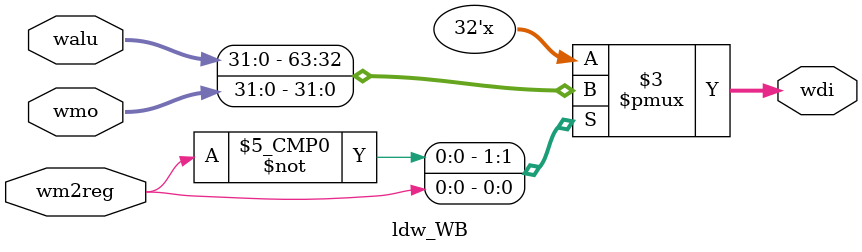
<source format=v>
module ldw_WB(walu, wmo, wm2reg, wdi);
	input [31:0] walu, wmo;
	input wm2reg;
	output reg [31:0] wdi;
	
	initial
		wdi = 0;
		
	always@(walu or wmo or wm2reg)
	begin
		case(wm2reg)
			1'b0: wdi = walu;
			1'b1: wdi = wmo;
		endcase
	end
	
endmodule 
</source>
